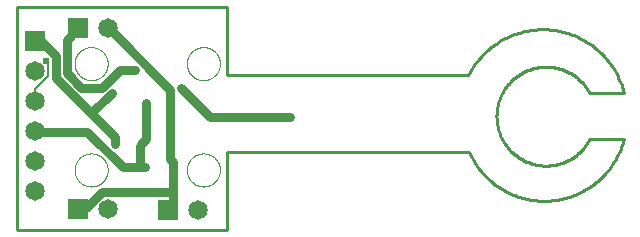
<source format=gbl>
G75*
%MOIN*%
%OFA0B0*%
%FSLAX25Y25*%
%IPPOS*%
%LPD*%
%AMOC8*
5,1,8,0,0,1.08239X$1,22.5*
%
%ADD10C,0.01000*%
%ADD11C,0.00000*%
%ADD12R,0.06500X0.06500*%
%ADD13C,0.06500*%
%ADD14C,0.03000*%
%ADD15C,0.02400*%
%ADD16C,0.00600*%
D10*
X0061453Y0072391D02*
X0061453Y0146682D01*
X0131532Y0146682D01*
X0131532Y0123847D01*
X0211847Y0123847D01*
X0211846Y0123847D02*
X0212158Y0124451D01*
X0212484Y0125047D01*
X0212825Y0125635D01*
X0213179Y0126214D01*
X0213548Y0126785D01*
X0213931Y0127346D01*
X0214327Y0127898D01*
X0214737Y0128440D01*
X0215159Y0128972D01*
X0215595Y0129494D01*
X0216043Y0130004D01*
X0216504Y0130504D01*
X0216976Y0130992D01*
X0217460Y0131469D01*
X0217956Y0131933D01*
X0218463Y0132386D01*
X0218981Y0132826D01*
X0219509Y0133253D01*
X0220048Y0133667D01*
X0220597Y0134068D01*
X0221155Y0134455D01*
X0221722Y0134828D01*
X0222299Y0135188D01*
X0222884Y0135533D01*
X0223477Y0135865D01*
X0224078Y0136181D01*
X0224687Y0136483D01*
X0225303Y0136770D01*
X0225926Y0137041D01*
X0226555Y0137298D01*
X0227190Y0137539D01*
X0227831Y0137764D01*
X0228477Y0137974D01*
X0229128Y0138168D01*
X0229784Y0138346D01*
X0230444Y0138508D01*
X0231108Y0138653D01*
X0231775Y0138783D01*
X0232445Y0138896D01*
X0233117Y0138993D01*
X0233792Y0139073D01*
X0234468Y0139137D01*
X0235146Y0139185D01*
X0235825Y0139216D01*
X0236504Y0139230D01*
X0237183Y0139228D01*
X0237863Y0139209D01*
X0238541Y0139173D01*
X0239218Y0139121D01*
X0239894Y0139053D01*
X0240569Y0138968D01*
X0241240Y0138867D01*
X0241910Y0138749D01*
X0242576Y0138615D01*
X0243238Y0138465D01*
X0243897Y0138298D01*
X0244551Y0138116D01*
X0245201Y0137918D01*
X0245846Y0137704D01*
X0246486Y0137474D01*
X0247119Y0137229D01*
X0247747Y0136968D01*
X0248368Y0136692D01*
X0248981Y0136401D01*
X0249588Y0136095D01*
X0250187Y0135775D01*
X0250778Y0135440D01*
X0251361Y0135090D01*
X0251935Y0134727D01*
X0252500Y0134349D01*
X0253056Y0133958D01*
X0253602Y0133554D01*
X0254137Y0133136D01*
X0254663Y0132706D01*
X0255178Y0132262D01*
X0255682Y0131806D01*
X0256174Y0131339D01*
X0256655Y0130859D01*
X0257125Y0130367D01*
X0257582Y0129865D01*
X0258026Y0129351D01*
X0258458Y0128827D01*
X0258877Y0128292D01*
X0259283Y0127747D01*
X0259676Y0127192D01*
X0260055Y0126628D01*
X0260420Y0126055D01*
X0260771Y0125474D01*
X0261107Y0124883D01*
X0261429Y0124285D01*
X0261737Y0123679D01*
X0262029Y0123066D01*
X0262307Y0122446D01*
X0262569Y0121819D01*
X0262816Y0121186D01*
X0263048Y0120547D01*
X0263263Y0119903D01*
X0263463Y0119254D01*
X0263647Y0118600D01*
X0263815Y0117941D01*
X0263816Y0117942D02*
X0252398Y0117942D01*
X0252205Y0118296D01*
X0252005Y0118646D01*
X0251795Y0118990D01*
X0251577Y0119330D01*
X0251351Y0119663D01*
X0251117Y0119992D01*
X0250875Y0120314D01*
X0250625Y0120630D01*
X0250367Y0120940D01*
X0250102Y0121244D01*
X0249830Y0121541D01*
X0249550Y0121832D01*
X0249264Y0122115D01*
X0248970Y0122391D01*
X0248670Y0122661D01*
X0248363Y0122922D01*
X0248050Y0123176D01*
X0247731Y0123423D01*
X0247406Y0123661D01*
X0247075Y0123891D01*
X0246739Y0124114D01*
X0246397Y0124328D01*
X0246050Y0124533D01*
X0245698Y0124730D01*
X0245342Y0124918D01*
X0244981Y0125098D01*
X0244616Y0125268D01*
X0244246Y0125430D01*
X0243873Y0125582D01*
X0243496Y0125726D01*
X0243116Y0125860D01*
X0242733Y0125985D01*
X0242346Y0126100D01*
X0241957Y0126206D01*
X0241566Y0126302D01*
X0241172Y0126388D01*
X0240776Y0126465D01*
X0240379Y0126533D01*
X0239980Y0126590D01*
X0239579Y0126638D01*
X0239178Y0126676D01*
X0238776Y0126704D01*
X0238373Y0126722D01*
X0237970Y0126730D01*
X0237567Y0126729D01*
X0237164Y0126717D01*
X0236761Y0126696D01*
X0236359Y0126665D01*
X0235958Y0126624D01*
X0235558Y0126573D01*
X0235160Y0126513D01*
X0234763Y0126443D01*
X0234368Y0126363D01*
X0233975Y0126273D01*
X0233584Y0126174D01*
X0233196Y0126065D01*
X0232810Y0125947D01*
X0232428Y0125819D01*
X0232049Y0125682D01*
X0231673Y0125536D01*
X0231301Y0125381D01*
X0230933Y0125216D01*
X0230569Y0125043D01*
X0230209Y0124861D01*
X0229854Y0124670D01*
X0229504Y0124470D01*
X0229159Y0124262D01*
X0228819Y0124046D01*
X0228484Y0123821D01*
X0228155Y0123588D01*
X0227832Y0123347D01*
X0227514Y0123098D01*
X0227203Y0122842D01*
X0226898Y0122578D01*
X0226600Y0122307D01*
X0226309Y0122028D01*
X0226024Y0121742D01*
X0225747Y0121450D01*
X0225477Y0121151D01*
X0225214Y0120845D01*
X0224959Y0120533D01*
X0224711Y0120215D01*
X0224471Y0119891D01*
X0224240Y0119561D01*
X0224016Y0119225D01*
X0223801Y0118884D01*
X0223594Y0118538D01*
X0223396Y0118187D01*
X0223206Y0117831D01*
X0223026Y0117471D01*
X0222854Y0117106D01*
X0222691Y0116738D01*
X0222537Y0116365D01*
X0222392Y0115989D01*
X0222256Y0115609D01*
X0222130Y0115226D01*
X0222013Y0114840D01*
X0221906Y0114452D01*
X0221808Y0114061D01*
X0221720Y0113667D01*
X0221642Y0113272D01*
X0221573Y0112874D01*
X0221514Y0112476D01*
X0221465Y0112076D01*
X0221425Y0111674D01*
X0221396Y0111272D01*
X0221376Y0110870D01*
X0221366Y0110467D01*
X0221366Y0110063D01*
X0221376Y0109660D01*
X0221396Y0109258D01*
X0221425Y0108856D01*
X0221465Y0108454D01*
X0221514Y0108054D01*
X0221573Y0107656D01*
X0221642Y0107258D01*
X0221720Y0106863D01*
X0221808Y0106469D01*
X0221906Y0106078D01*
X0222013Y0105690D01*
X0222130Y0105304D01*
X0222256Y0104921D01*
X0222392Y0104541D01*
X0222537Y0104165D01*
X0222691Y0103792D01*
X0222854Y0103424D01*
X0223026Y0103059D01*
X0223206Y0102699D01*
X0223396Y0102343D01*
X0223594Y0101992D01*
X0223801Y0101646D01*
X0224016Y0101305D01*
X0224240Y0100969D01*
X0224471Y0100639D01*
X0224711Y0100315D01*
X0224959Y0099997D01*
X0225214Y0099685D01*
X0225477Y0099379D01*
X0225747Y0099080D01*
X0226024Y0098788D01*
X0226309Y0098502D01*
X0226600Y0098223D01*
X0226898Y0097952D01*
X0227203Y0097688D01*
X0227514Y0097432D01*
X0227832Y0097183D01*
X0228155Y0096942D01*
X0228484Y0096709D01*
X0228819Y0096484D01*
X0229159Y0096268D01*
X0229504Y0096060D01*
X0229854Y0095860D01*
X0230209Y0095669D01*
X0230569Y0095487D01*
X0230933Y0095314D01*
X0231301Y0095149D01*
X0231673Y0094994D01*
X0232049Y0094848D01*
X0232428Y0094711D01*
X0232810Y0094583D01*
X0233196Y0094465D01*
X0233584Y0094356D01*
X0233975Y0094257D01*
X0234368Y0094167D01*
X0234763Y0094087D01*
X0235160Y0094017D01*
X0235558Y0093957D01*
X0235958Y0093906D01*
X0236359Y0093865D01*
X0236761Y0093834D01*
X0237164Y0093813D01*
X0237567Y0093801D01*
X0237970Y0093800D01*
X0238373Y0093808D01*
X0238776Y0093826D01*
X0239178Y0093854D01*
X0239579Y0093892D01*
X0239980Y0093940D01*
X0240379Y0093997D01*
X0240776Y0094065D01*
X0241172Y0094142D01*
X0241566Y0094228D01*
X0241957Y0094324D01*
X0242346Y0094430D01*
X0242733Y0094545D01*
X0243116Y0094670D01*
X0243496Y0094804D01*
X0243873Y0094948D01*
X0244246Y0095100D01*
X0244616Y0095262D01*
X0244981Y0095432D01*
X0245342Y0095612D01*
X0245698Y0095800D01*
X0246050Y0095997D01*
X0246397Y0096202D01*
X0246739Y0096416D01*
X0247075Y0096639D01*
X0247406Y0096869D01*
X0247731Y0097107D01*
X0248050Y0097354D01*
X0248363Y0097608D01*
X0248670Y0097869D01*
X0248970Y0098139D01*
X0249264Y0098415D01*
X0249550Y0098698D01*
X0249830Y0098989D01*
X0250102Y0099286D01*
X0250367Y0099590D01*
X0250625Y0099900D01*
X0250875Y0100216D01*
X0251117Y0100538D01*
X0251351Y0100867D01*
X0251577Y0101200D01*
X0251795Y0101540D01*
X0252005Y0101884D01*
X0252205Y0102234D01*
X0252398Y0102588D01*
X0252398Y0102548D02*
X0263737Y0102587D01*
X0263815Y0102587D02*
X0263639Y0101941D01*
X0263447Y0101299D01*
X0263239Y0100663D01*
X0263016Y0100031D01*
X0262778Y0099405D01*
X0262524Y0098786D01*
X0262256Y0098172D01*
X0261972Y0097566D01*
X0261674Y0096966D01*
X0261361Y0096374D01*
X0261034Y0095790D01*
X0260693Y0095214D01*
X0260337Y0094646D01*
X0259968Y0094087D01*
X0259586Y0093538D01*
X0259190Y0092998D01*
X0258781Y0092467D01*
X0258359Y0091947D01*
X0257925Y0091438D01*
X0257478Y0090939D01*
X0257019Y0090451D01*
X0256549Y0089974D01*
X0256067Y0089509D01*
X0255574Y0089056D01*
X0255070Y0088616D01*
X0254555Y0088187D01*
X0254030Y0087771D01*
X0253495Y0087369D01*
X0252950Y0086979D01*
X0252396Y0086603D01*
X0251833Y0086240D01*
X0251262Y0085892D01*
X0250682Y0085557D01*
X0250094Y0085237D01*
X0249498Y0084931D01*
X0248895Y0084640D01*
X0248285Y0084363D01*
X0247669Y0084102D01*
X0247046Y0083855D01*
X0246417Y0083624D01*
X0245783Y0083409D01*
X0245144Y0083208D01*
X0244501Y0083024D01*
X0243853Y0082855D01*
X0243201Y0082702D01*
X0242545Y0082566D01*
X0241886Y0082445D01*
X0241225Y0082340D01*
X0240561Y0082252D01*
X0239896Y0082179D01*
X0239228Y0082123D01*
X0238560Y0082083D01*
X0237891Y0082060D01*
X0237221Y0082053D01*
X0236551Y0082062D01*
X0235882Y0082088D01*
X0235214Y0082130D01*
X0234547Y0082188D01*
X0233881Y0082263D01*
X0233218Y0082354D01*
X0232557Y0082460D01*
X0231899Y0082583D01*
X0231244Y0082723D01*
X0230592Y0082878D01*
X0229945Y0083048D01*
X0229302Y0083235D01*
X0228663Y0083437D01*
X0228030Y0083655D01*
X0227402Y0083888D01*
X0226780Y0084137D01*
X0226165Y0084400D01*
X0225556Y0084679D01*
X0224954Y0084972D01*
X0224359Y0085280D01*
X0223772Y0085602D01*
X0223193Y0085939D01*
X0222623Y0086289D01*
X0222061Y0086654D01*
X0221508Y0087032D01*
X0220965Y0087423D01*
X0220431Y0087828D01*
X0219908Y0088245D01*
X0219394Y0088675D01*
X0218892Y0089118D01*
X0218400Y0089572D01*
X0217920Y0090039D01*
X0217451Y0090517D01*
X0216994Y0091006D01*
X0216549Y0091507D01*
X0216116Y0092018D01*
X0215696Y0092540D01*
X0215289Y0093071D01*
X0214895Y0093613D01*
X0214514Y0094163D01*
X0214147Y0094723D01*
X0213794Y0095292D01*
X0213454Y0095870D01*
X0213129Y0096455D01*
X0212818Y0097048D01*
X0212522Y0097649D01*
X0212240Y0098256D01*
X0211847Y0098257D02*
X0131532Y0098257D01*
X0131532Y0072391D01*
X0061453Y0072391D01*
D11*
X0080745Y0092351D02*
X0080747Y0092499D01*
X0080753Y0092647D01*
X0080763Y0092795D01*
X0080777Y0092942D01*
X0080795Y0093089D01*
X0080816Y0093235D01*
X0080842Y0093381D01*
X0080872Y0093526D01*
X0080905Y0093670D01*
X0080943Y0093813D01*
X0080984Y0093955D01*
X0081029Y0094096D01*
X0081077Y0094236D01*
X0081130Y0094375D01*
X0081186Y0094512D01*
X0081246Y0094647D01*
X0081309Y0094781D01*
X0081376Y0094913D01*
X0081447Y0095043D01*
X0081521Y0095171D01*
X0081598Y0095297D01*
X0081679Y0095421D01*
X0081763Y0095543D01*
X0081850Y0095662D01*
X0081941Y0095779D01*
X0082035Y0095894D01*
X0082131Y0096006D01*
X0082231Y0096116D01*
X0082333Y0096222D01*
X0082439Y0096326D01*
X0082547Y0096427D01*
X0082658Y0096525D01*
X0082771Y0096621D01*
X0082887Y0096713D01*
X0083005Y0096802D01*
X0083126Y0096887D01*
X0083249Y0096970D01*
X0083374Y0097049D01*
X0083501Y0097125D01*
X0083630Y0097197D01*
X0083761Y0097266D01*
X0083894Y0097331D01*
X0084029Y0097392D01*
X0084165Y0097450D01*
X0084302Y0097505D01*
X0084441Y0097555D01*
X0084582Y0097602D01*
X0084723Y0097645D01*
X0084866Y0097685D01*
X0085010Y0097720D01*
X0085154Y0097752D01*
X0085300Y0097779D01*
X0085446Y0097803D01*
X0085593Y0097823D01*
X0085740Y0097839D01*
X0085887Y0097851D01*
X0086035Y0097859D01*
X0086183Y0097863D01*
X0086331Y0097863D01*
X0086479Y0097859D01*
X0086627Y0097851D01*
X0086774Y0097839D01*
X0086921Y0097823D01*
X0087068Y0097803D01*
X0087214Y0097779D01*
X0087360Y0097752D01*
X0087504Y0097720D01*
X0087648Y0097685D01*
X0087791Y0097645D01*
X0087932Y0097602D01*
X0088073Y0097555D01*
X0088212Y0097505D01*
X0088349Y0097450D01*
X0088485Y0097392D01*
X0088620Y0097331D01*
X0088753Y0097266D01*
X0088884Y0097197D01*
X0089013Y0097125D01*
X0089140Y0097049D01*
X0089265Y0096970D01*
X0089388Y0096887D01*
X0089509Y0096802D01*
X0089627Y0096713D01*
X0089743Y0096621D01*
X0089856Y0096525D01*
X0089967Y0096427D01*
X0090075Y0096326D01*
X0090181Y0096222D01*
X0090283Y0096116D01*
X0090383Y0096006D01*
X0090479Y0095894D01*
X0090573Y0095779D01*
X0090664Y0095662D01*
X0090751Y0095543D01*
X0090835Y0095421D01*
X0090916Y0095297D01*
X0090993Y0095171D01*
X0091067Y0095043D01*
X0091138Y0094913D01*
X0091205Y0094781D01*
X0091268Y0094647D01*
X0091328Y0094512D01*
X0091384Y0094375D01*
X0091437Y0094236D01*
X0091485Y0094096D01*
X0091530Y0093955D01*
X0091571Y0093813D01*
X0091609Y0093670D01*
X0091642Y0093526D01*
X0091672Y0093381D01*
X0091698Y0093235D01*
X0091719Y0093089D01*
X0091737Y0092942D01*
X0091751Y0092795D01*
X0091761Y0092647D01*
X0091767Y0092499D01*
X0091769Y0092351D01*
X0091767Y0092203D01*
X0091761Y0092055D01*
X0091751Y0091907D01*
X0091737Y0091760D01*
X0091719Y0091613D01*
X0091698Y0091467D01*
X0091672Y0091321D01*
X0091642Y0091176D01*
X0091609Y0091032D01*
X0091571Y0090889D01*
X0091530Y0090747D01*
X0091485Y0090606D01*
X0091437Y0090466D01*
X0091384Y0090327D01*
X0091328Y0090190D01*
X0091268Y0090055D01*
X0091205Y0089921D01*
X0091138Y0089789D01*
X0091067Y0089659D01*
X0090993Y0089531D01*
X0090916Y0089405D01*
X0090835Y0089281D01*
X0090751Y0089159D01*
X0090664Y0089040D01*
X0090573Y0088923D01*
X0090479Y0088808D01*
X0090383Y0088696D01*
X0090283Y0088586D01*
X0090181Y0088480D01*
X0090075Y0088376D01*
X0089967Y0088275D01*
X0089856Y0088177D01*
X0089743Y0088081D01*
X0089627Y0087989D01*
X0089509Y0087900D01*
X0089388Y0087815D01*
X0089265Y0087732D01*
X0089140Y0087653D01*
X0089013Y0087577D01*
X0088884Y0087505D01*
X0088753Y0087436D01*
X0088620Y0087371D01*
X0088485Y0087310D01*
X0088349Y0087252D01*
X0088212Y0087197D01*
X0088073Y0087147D01*
X0087932Y0087100D01*
X0087791Y0087057D01*
X0087648Y0087017D01*
X0087504Y0086982D01*
X0087360Y0086950D01*
X0087214Y0086923D01*
X0087068Y0086899D01*
X0086921Y0086879D01*
X0086774Y0086863D01*
X0086627Y0086851D01*
X0086479Y0086843D01*
X0086331Y0086839D01*
X0086183Y0086839D01*
X0086035Y0086843D01*
X0085887Y0086851D01*
X0085740Y0086863D01*
X0085593Y0086879D01*
X0085446Y0086899D01*
X0085300Y0086923D01*
X0085154Y0086950D01*
X0085010Y0086982D01*
X0084866Y0087017D01*
X0084723Y0087057D01*
X0084582Y0087100D01*
X0084441Y0087147D01*
X0084302Y0087197D01*
X0084165Y0087252D01*
X0084029Y0087310D01*
X0083894Y0087371D01*
X0083761Y0087436D01*
X0083630Y0087505D01*
X0083501Y0087577D01*
X0083374Y0087653D01*
X0083249Y0087732D01*
X0083126Y0087815D01*
X0083005Y0087900D01*
X0082887Y0087989D01*
X0082771Y0088081D01*
X0082658Y0088177D01*
X0082547Y0088275D01*
X0082439Y0088376D01*
X0082333Y0088480D01*
X0082231Y0088586D01*
X0082131Y0088696D01*
X0082035Y0088808D01*
X0081941Y0088923D01*
X0081850Y0089040D01*
X0081763Y0089159D01*
X0081679Y0089281D01*
X0081598Y0089405D01*
X0081521Y0089531D01*
X0081447Y0089659D01*
X0081376Y0089789D01*
X0081309Y0089921D01*
X0081246Y0090055D01*
X0081186Y0090190D01*
X0081130Y0090327D01*
X0081077Y0090466D01*
X0081029Y0090606D01*
X0080984Y0090747D01*
X0080943Y0090889D01*
X0080905Y0091032D01*
X0080872Y0091176D01*
X0080842Y0091321D01*
X0080816Y0091467D01*
X0080795Y0091613D01*
X0080777Y0091760D01*
X0080763Y0091907D01*
X0080753Y0092055D01*
X0080747Y0092203D01*
X0080745Y0092351D01*
X0118146Y0092351D02*
X0118148Y0092499D01*
X0118154Y0092647D01*
X0118164Y0092795D01*
X0118178Y0092942D01*
X0118196Y0093089D01*
X0118217Y0093235D01*
X0118243Y0093381D01*
X0118273Y0093526D01*
X0118306Y0093670D01*
X0118344Y0093813D01*
X0118385Y0093955D01*
X0118430Y0094096D01*
X0118478Y0094236D01*
X0118531Y0094375D01*
X0118587Y0094512D01*
X0118647Y0094647D01*
X0118710Y0094781D01*
X0118777Y0094913D01*
X0118848Y0095043D01*
X0118922Y0095171D01*
X0118999Y0095297D01*
X0119080Y0095421D01*
X0119164Y0095543D01*
X0119251Y0095662D01*
X0119342Y0095779D01*
X0119436Y0095894D01*
X0119532Y0096006D01*
X0119632Y0096116D01*
X0119734Y0096222D01*
X0119840Y0096326D01*
X0119948Y0096427D01*
X0120059Y0096525D01*
X0120172Y0096621D01*
X0120288Y0096713D01*
X0120406Y0096802D01*
X0120527Y0096887D01*
X0120650Y0096970D01*
X0120775Y0097049D01*
X0120902Y0097125D01*
X0121031Y0097197D01*
X0121162Y0097266D01*
X0121295Y0097331D01*
X0121430Y0097392D01*
X0121566Y0097450D01*
X0121703Y0097505D01*
X0121842Y0097555D01*
X0121983Y0097602D01*
X0122124Y0097645D01*
X0122267Y0097685D01*
X0122411Y0097720D01*
X0122555Y0097752D01*
X0122701Y0097779D01*
X0122847Y0097803D01*
X0122994Y0097823D01*
X0123141Y0097839D01*
X0123288Y0097851D01*
X0123436Y0097859D01*
X0123584Y0097863D01*
X0123732Y0097863D01*
X0123880Y0097859D01*
X0124028Y0097851D01*
X0124175Y0097839D01*
X0124322Y0097823D01*
X0124469Y0097803D01*
X0124615Y0097779D01*
X0124761Y0097752D01*
X0124905Y0097720D01*
X0125049Y0097685D01*
X0125192Y0097645D01*
X0125333Y0097602D01*
X0125474Y0097555D01*
X0125613Y0097505D01*
X0125750Y0097450D01*
X0125886Y0097392D01*
X0126021Y0097331D01*
X0126154Y0097266D01*
X0126285Y0097197D01*
X0126414Y0097125D01*
X0126541Y0097049D01*
X0126666Y0096970D01*
X0126789Y0096887D01*
X0126910Y0096802D01*
X0127028Y0096713D01*
X0127144Y0096621D01*
X0127257Y0096525D01*
X0127368Y0096427D01*
X0127476Y0096326D01*
X0127582Y0096222D01*
X0127684Y0096116D01*
X0127784Y0096006D01*
X0127880Y0095894D01*
X0127974Y0095779D01*
X0128065Y0095662D01*
X0128152Y0095543D01*
X0128236Y0095421D01*
X0128317Y0095297D01*
X0128394Y0095171D01*
X0128468Y0095043D01*
X0128539Y0094913D01*
X0128606Y0094781D01*
X0128669Y0094647D01*
X0128729Y0094512D01*
X0128785Y0094375D01*
X0128838Y0094236D01*
X0128886Y0094096D01*
X0128931Y0093955D01*
X0128972Y0093813D01*
X0129010Y0093670D01*
X0129043Y0093526D01*
X0129073Y0093381D01*
X0129099Y0093235D01*
X0129120Y0093089D01*
X0129138Y0092942D01*
X0129152Y0092795D01*
X0129162Y0092647D01*
X0129168Y0092499D01*
X0129170Y0092351D01*
X0129168Y0092203D01*
X0129162Y0092055D01*
X0129152Y0091907D01*
X0129138Y0091760D01*
X0129120Y0091613D01*
X0129099Y0091467D01*
X0129073Y0091321D01*
X0129043Y0091176D01*
X0129010Y0091032D01*
X0128972Y0090889D01*
X0128931Y0090747D01*
X0128886Y0090606D01*
X0128838Y0090466D01*
X0128785Y0090327D01*
X0128729Y0090190D01*
X0128669Y0090055D01*
X0128606Y0089921D01*
X0128539Y0089789D01*
X0128468Y0089659D01*
X0128394Y0089531D01*
X0128317Y0089405D01*
X0128236Y0089281D01*
X0128152Y0089159D01*
X0128065Y0089040D01*
X0127974Y0088923D01*
X0127880Y0088808D01*
X0127784Y0088696D01*
X0127684Y0088586D01*
X0127582Y0088480D01*
X0127476Y0088376D01*
X0127368Y0088275D01*
X0127257Y0088177D01*
X0127144Y0088081D01*
X0127028Y0087989D01*
X0126910Y0087900D01*
X0126789Y0087815D01*
X0126666Y0087732D01*
X0126541Y0087653D01*
X0126414Y0087577D01*
X0126285Y0087505D01*
X0126154Y0087436D01*
X0126021Y0087371D01*
X0125886Y0087310D01*
X0125750Y0087252D01*
X0125613Y0087197D01*
X0125474Y0087147D01*
X0125333Y0087100D01*
X0125192Y0087057D01*
X0125049Y0087017D01*
X0124905Y0086982D01*
X0124761Y0086950D01*
X0124615Y0086923D01*
X0124469Y0086899D01*
X0124322Y0086879D01*
X0124175Y0086863D01*
X0124028Y0086851D01*
X0123880Y0086843D01*
X0123732Y0086839D01*
X0123584Y0086839D01*
X0123436Y0086843D01*
X0123288Y0086851D01*
X0123141Y0086863D01*
X0122994Y0086879D01*
X0122847Y0086899D01*
X0122701Y0086923D01*
X0122555Y0086950D01*
X0122411Y0086982D01*
X0122267Y0087017D01*
X0122124Y0087057D01*
X0121983Y0087100D01*
X0121842Y0087147D01*
X0121703Y0087197D01*
X0121566Y0087252D01*
X0121430Y0087310D01*
X0121295Y0087371D01*
X0121162Y0087436D01*
X0121031Y0087505D01*
X0120902Y0087577D01*
X0120775Y0087653D01*
X0120650Y0087732D01*
X0120527Y0087815D01*
X0120406Y0087900D01*
X0120288Y0087989D01*
X0120172Y0088081D01*
X0120059Y0088177D01*
X0119948Y0088275D01*
X0119840Y0088376D01*
X0119734Y0088480D01*
X0119632Y0088586D01*
X0119532Y0088696D01*
X0119436Y0088808D01*
X0119342Y0088923D01*
X0119251Y0089040D01*
X0119164Y0089159D01*
X0119080Y0089281D01*
X0118999Y0089405D01*
X0118922Y0089531D01*
X0118848Y0089659D01*
X0118777Y0089789D01*
X0118710Y0089921D01*
X0118647Y0090055D01*
X0118587Y0090190D01*
X0118531Y0090327D01*
X0118478Y0090466D01*
X0118430Y0090606D01*
X0118385Y0090747D01*
X0118344Y0090889D01*
X0118306Y0091032D01*
X0118273Y0091176D01*
X0118243Y0091321D01*
X0118217Y0091467D01*
X0118196Y0091613D01*
X0118178Y0091760D01*
X0118164Y0091907D01*
X0118154Y0092055D01*
X0118148Y0092203D01*
X0118146Y0092351D01*
X0118146Y0127784D02*
X0118148Y0127932D01*
X0118154Y0128080D01*
X0118164Y0128228D01*
X0118178Y0128375D01*
X0118196Y0128522D01*
X0118217Y0128668D01*
X0118243Y0128814D01*
X0118273Y0128959D01*
X0118306Y0129103D01*
X0118344Y0129246D01*
X0118385Y0129388D01*
X0118430Y0129529D01*
X0118478Y0129669D01*
X0118531Y0129808D01*
X0118587Y0129945D01*
X0118647Y0130080D01*
X0118710Y0130214D01*
X0118777Y0130346D01*
X0118848Y0130476D01*
X0118922Y0130604D01*
X0118999Y0130730D01*
X0119080Y0130854D01*
X0119164Y0130976D01*
X0119251Y0131095D01*
X0119342Y0131212D01*
X0119436Y0131327D01*
X0119532Y0131439D01*
X0119632Y0131549D01*
X0119734Y0131655D01*
X0119840Y0131759D01*
X0119948Y0131860D01*
X0120059Y0131958D01*
X0120172Y0132054D01*
X0120288Y0132146D01*
X0120406Y0132235D01*
X0120527Y0132320D01*
X0120650Y0132403D01*
X0120775Y0132482D01*
X0120902Y0132558D01*
X0121031Y0132630D01*
X0121162Y0132699D01*
X0121295Y0132764D01*
X0121430Y0132825D01*
X0121566Y0132883D01*
X0121703Y0132938D01*
X0121842Y0132988D01*
X0121983Y0133035D01*
X0122124Y0133078D01*
X0122267Y0133118D01*
X0122411Y0133153D01*
X0122555Y0133185D01*
X0122701Y0133212D01*
X0122847Y0133236D01*
X0122994Y0133256D01*
X0123141Y0133272D01*
X0123288Y0133284D01*
X0123436Y0133292D01*
X0123584Y0133296D01*
X0123732Y0133296D01*
X0123880Y0133292D01*
X0124028Y0133284D01*
X0124175Y0133272D01*
X0124322Y0133256D01*
X0124469Y0133236D01*
X0124615Y0133212D01*
X0124761Y0133185D01*
X0124905Y0133153D01*
X0125049Y0133118D01*
X0125192Y0133078D01*
X0125333Y0133035D01*
X0125474Y0132988D01*
X0125613Y0132938D01*
X0125750Y0132883D01*
X0125886Y0132825D01*
X0126021Y0132764D01*
X0126154Y0132699D01*
X0126285Y0132630D01*
X0126414Y0132558D01*
X0126541Y0132482D01*
X0126666Y0132403D01*
X0126789Y0132320D01*
X0126910Y0132235D01*
X0127028Y0132146D01*
X0127144Y0132054D01*
X0127257Y0131958D01*
X0127368Y0131860D01*
X0127476Y0131759D01*
X0127582Y0131655D01*
X0127684Y0131549D01*
X0127784Y0131439D01*
X0127880Y0131327D01*
X0127974Y0131212D01*
X0128065Y0131095D01*
X0128152Y0130976D01*
X0128236Y0130854D01*
X0128317Y0130730D01*
X0128394Y0130604D01*
X0128468Y0130476D01*
X0128539Y0130346D01*
X0128606Y0130214D01*
X0128669Y0130080D01*
X0128729Y0129945D01*
X0128785Y0129808D01*
X0128838Y0129669D01*
X0128886Y0129529D01*
X0128931Y0129388D01*
X0128972Y0129246D01*
X0129010Y0129103D01*
X0129043Y0128959D01*
X0129073Y0128814D01*
X0129099Y0128668D01*
X0129120Y0128522D01*
X0129138Y0128375D01*
X0129152Y0128228D01*
X0129162Y0128080D01*
X0129168Y0127932D01*
X0129170Y0127784D01*
X0129168Y0127636D01*
X0129162Y0127488D01*
X0129152Y0127340D01*
X0129138Y0127193D01*
X0129120Y0127046D01*
X0129099Y0126900D01*
X0129073Y0126754D01*
X0129043Y0126609D01*
X0129010Y0126465D01*
X0128972Y0126322D01*
X0128931Y0126180D01*
X0128886Y0126039D01*
X0128838Y0125899D01*
X0128785Y0125760D01*
X0128729Y0125623D01*
X0128669Y0125488D01*
X0128606Y0125354D01*
X0128539Y0125222D01*
X0128468Y0125092D01*
X0128394Y0124964D01*
X0128317Y0124838D01*
X0128236Y0124714D01*
X0128152Y0124592D01*
X0128065Y0124473D01*
X0127974Y0124356D01*
X0127880Y0124241D01*
X0127784Y0124129D01*
X0127684Y0124019D01*
X0127582Y0123913D01*
X0127476Y0123809D01*
X0127368Y0123708D01*
X0127257Y0123610D01*
X0127144Y0123514D01*
X0127028Y0123422D01*
X0126910Y0123333D01*
X0126789Y0123248D01*
X0126666Y0123165D01*
X0126541Y0123086D01*
X0126414Y0123010D01*
X0126285Y0122938D01*
X0126154Y0122869D01*
X0126021Y0122804D01*
X0125886Y0122743D01*
X0125750Y0122685D01*
X0125613Y0122630D01*
X0125474Y0122580D01*
X0125333Y0122533D01*
X0125192Y0122490D01*
X0125049Y0122450D01*
X0124905Y0122415D01*
X0124761Y0122383D01*
X0124615Y0122356D01*
X0124469Y0122332D01*
X0124322Y0122312D01*
X0124175Y0122296D01*
X0124028Y0122284D01*
X0123880Y0122276D01*
X0123732Y0122272D01*
X0123584Y0122272D01*
X0123436Y0122276D01*
X0123288Y0122284D01*
X0123141Y0122296D01*
X0122994Y0122312D01*
X0122847Y0122332D01*
X0122701Y0122356D01*
X0122555Y0122383D01*
X0122411Y0122415D01*
X0122267Y0122450D01*
X0122124Y0122490D01*
X0121983Y0122533D01*
X0121842Y0122580D01*
X0121703Y0122630D01*
X0121566Y0122685D01*
X0121430Y0122743D01*
X0121295Y0122804D01*
X0121162Y0122869D01*
X0121031Y0122938D01*
X0120902Y0123010D01*
X0120775Y0123086D01*
X0120650Y0123165D01*
X0120527Y0123248D01*
X0120406Y0123333D01*
X0120288Y0123422D01*
X0120172Y0123514D01*
X0120059Y0123610D01*
X0119948Y0123708D01*
X0119840Y0123809D01*
X0119734Y0123913D01*
X0119632Y0124019D01*
X0119532Y0124129D01*
X0119436Y0124241D01*
X0119342Y0124356D01*
X0119251Y0124473D01*
X0119164Y0124592D01*
X0119080Y0124714D01*
X0118999Y0124838D01*
X0118922Y0124964D01*
X0118848Y0125092D01*
X0118777Y0125222D01*
X0118710Y0125354D01*
X0118647Y0125488D01*
X0118587Y0125623D01*
X0118531Y0125760D01*
X0118478Y0125899D01*
X0118430Y0126039D01*
X0118385Y0126180D01*
X0118344Y0126322D01*
X0118306Y0126465D01*
X0118273Y0126609D01*
X0118243Y0126754D01*
X0118217Y0126900D01*
X0118196Y0127046D01*
X0118178Y0127193D01*
X0118164Y0127340D01*
X0118154Y0127488D01*
X0118148Y0127636D01*
X0118146Y0127784D01*
X0080745Y0127784D02*
X0080747Y0127932D01*
X0080753Y0128080D01*
X0080763Y0128228D01*
X0080777Y0128375D01*
X0080795Y0128522D01*
X0080816Y0128668D01*
X0080842Y0128814D01*
X0080872Y0128959D01*
X0080905Y0129103D01*
X0080943Y0129246D01*
X0080984Y0129388D01*
X0081029Y0129529D01*
X0081077Y0129669D01*
X0081130Y0129808D01*
X0081186Y0129945D01*
X0081246Y0130080D01*
X0081309Y0130214D01*
X0081376Y0130346D01*
X0081447Y0130476D01*
X0081521Y0130604D01*
X0081598Y0130730D01*
X0081679Y0130854D01*
X0081763Y0130976D01*
X0081850Y0131095D01*
X0081941Y0131212D01*
X0082035Y0131327D01*
X0082131Y0131439D01*
X0082231Y0131549D01*
X0082333Y0131655D01*
X0082439Y0131759D01*
X0082547Y0131860D01*
X0082658Y0131958D01*
X0082771Y0132054D01*
X0082887Y0132146D01*
X0083005Y0132235D01*
X0083126Y0132320D01*
X0083249Y0132403D01*
X0083374Y0132482D01*
X0083501Y0132558D01*
X0083630Y0132630D01*
X0083761Y0132699D01*
X0083894Y0132764D01*
X0084029Y0132825D01*
X0084165Y0132883D01*
X0084302Y0132938D01*
X0084441Y0132988D01*
X0084582Y0133035D01*
X0084723Y0133078D01*
X0084866Y0133118D01*
X0085010Y0133153D01*
X0085154Y0133185D01*
X0085300Y0133212D01*
X0085446Y0133236D01*
X0085593Y0133256D01*
X0085740Y0133272D01*
X0085887Y0133284D01*
X0086035Y0133292D01*
X0086183Y0133296D01*
X0086331Y0133296D01*
X0086479Y0133292D01*
X0086627Y0133284D01*
X0086774Y0133272D01*
X0086921Y0133256D01*
X0087068Y0133236D01*
X0087214Y0133212D01*
X0087360Y0133185D01*
X0087504Y0133153D01*
X0087648Y0133118D01*
X0087791Y0133078D01*
X0087932Y0133035D01*
X0088073Y0132988D01*
X0088212Y0132938D01*
X0088349Y0132883D01*
X0088485Y0132825D01*
X0088620Y0132764D01*
X0088753Y0132699D01*
X0088884Y0132630D01*
X0089013Y0132558D01*
X0089140Y0132482D01*
X0089265Y0132403D01*
X0089388Y0132320D01*
X0089509Y0132235D01*
X0089627Y0132146D01*
X0089743Y0132054D01*
X0089856Y0131958D01*
X0089967Y0131860D01*
X0090075Y0131759D01*
X0090181Y0131655D01*
X0090283Y0131549D01*
X0090383Y0131439D01*
X0090479Y0131327D01*
X0090573Y0131212D01*
X0090664Y0131095D01*
X0090751Y0130976D01*
X0090835Y0130854D01*
X0090916Y0130730D01*
X0090993Y0130604D01*
X0091067Y0130476D01*
X0091138Y0130346D01*
X0091205Y0130214D01*
X0091268Y0130080D01*
X0091328Y0129945D01*
X0091384Y0129808D01*
X0091437Y0129669D01*
X0091485Y0129529D01*
X0091530Y0129388D01*
X0091571Y0129246D01*
X0091609Y0129103D01*
X0091642Y0128959D01*
X0091672Y0128814D01*
X0091698Y0128668D01*
X0091719Y0128522D01*
X0091737Y0128375D01*
X0091751Y0128228D01*
X0091761Y0128080D01*
X0091767Y0127932D01*
X0091769Y0127784D01*
X0091767Y0127636D01*
X0091761Y0127488D01*
X0091751Y0127340D01*
X0091737Y0127193D01*
X0091719Y0127046D01*
X0091698Y0126900D01*
X0091672Y0126754D01*
X0091642Y0126609D01*
X0091609Y0126465D01*
X0091571Y0126322D01*
X0091530Y0126180D01*
X0091485Y0126039D01*
X0091437Y0125899D01*
X0091384Y0125760D01*
X0091328Y0125623D01*
X0091268Y0125488D01*
X0091205Y0125354D01*
X0091138Y0125222D01*
X0091067Y0125092D01*
X0090993Y0124964D01*
X0090916Y0124838D01*
X0090835Y0124714D01*
X0090751Y0124592D01*
X0090664Y0124473D01*
X0090573Y0124356D01*
X0090479Y0124241D01*
X0090383Y0124129D01*
X0090283Y0124019D01*
X0090181Y0123913D01*
X0090075Y0123809D01*
X0089967Y0123708D01*
X0089856Y0123610D01*
X0089743Y0123514D01*
X0089627Y0123422D01*
X0089509Y0123333D01*
X0089388Y0123248D01*
X0089265Y0123165D01*
X0089140Y0123086D01*
X0089013Y0123010D01*
X0088884Y0122938D01*
X0088753Y0122869D01*
X0088620Y0122804D01*
X0088485Y0122743D01*
X0088349Y0122685D01*
X0088212Y0122630D01*
X0088073Y0122580D01*
X0087932Y0122533D01*
X0087791Y0122490D01*
X0087648Y0122450D01*
X0087504Y0122415D01*
X0087360Y0122383D01*
X0087214Y0122356D01*
X0087068Y0122332D01*
X0086921Y0122312D01*
X0086774Y0122296D01*
X0086627Y0122284D01*
X0086479Y0122276D01*
X0086331Y0122272D01*
X0086183Y0122272D01*
X0086035Y0122276D01*
X0085887Y0122284D01*
X0085740Y0122296D01*
X0085593Y0122312D01*
X0085446Y0122332D01*
X0085300Y0122356D01*
X0085154Y0122383D01*
X0085010Y0122415D01*
X0084866Y0122450D01*
X0084723Y0122490D01*
X0084582Y0122533D01*
X0084441Y0122580D01*
X0084302Y0122630D01*
X0084165Y0122685D01*
X0084029Y0122743D01*
X0083894Y0122804D01*
X0083761Y0122869D01*
X0083630Y0122938D01*
X0083501Y0123010D01*
X0083374Y0123086D01*
X0083249Y0123165D01*
X0083126Y0123248D01*
X0083005Y0123333D01*
X0082887Y0123422D01*
X0082771Y0123514D01*
X0082658Y0123610D01*
X0082547Y0123708D01*
X0082439Y0123809D01*
X0082333Y0123913D01*
X0082231Y0124019D01*
X0082131Y0124129D01*
X0082035Y0124241D01*
X0081941Y0124356D01*
X0081850Y0124473D01*
X0081763Y0124592D01*
X0081679Y0124714D01*
X0081598Y0124838D01*
X0081521Y0124964D01*
X0081447Y0125092D01*
X0081376Y0125222D01*
X0081309Y0125354D01*
X0081246Y0125488D01*
X0081186Y0125623D01*
X0081130Y0125760D01*
X0081077Y0125899D01*
X0081029Y0126039D01*
X0080984Y0126180D01*
X0080943Y0126322D01*
X0080905Y0126465D01*
X0080872Y0126609D01*
X0080842Y0126754D01*
X0080816Y0126900D01*
X0080795Y0127046D01*
X0080777Y0127193D01*
X0080763Y0127340D01*
X0080753Y0127488D01*
X0080747Y0127636D01*
X0080745Y0127784D01*
D12*
X0067477Y0135225D03*
X0082005Y0139713D03*
X0081965Y0079359D03*
X0111808Y0079162D03*
D13*
X0121808Y0079162D03*
X0091965Y0079359D03*
X0067477Y0085225D03*
X0067477Y0095225D03*
X0067477Y0105225D03*
X0067477Y0115225D03*
X0067477Y0125225D03*
X0092005Y0139713D03*
D14*
X0092203Y0139546D01*
X0112603Y0119146D01*
X0112603Y0096046D01*
X0113503Y0094846D01*
X0113503Y0084946D01*
X0089803Y0084946D01*
X0084403Y0079546D01*
X0082003Y0079546D01*
X0081965Y0079359D01*
X0096703Y0093346D02*
X0085003Y0105046D01*
X0067603Y0105046D01*
X0067477Y0105225D01*
X0074503Y0123046D02*
X0086353Y0111196D01*
X0093103Y0117946D01*
X0089803Y0119746D02*
X0082903Y0119746D01*
X0078103Y0124546D01*
X0078103Y0135646D01*
X0082003Y0139546D01*
X0082005Y0139713D01*
X0074503Y0130246D02*
X0069703Y0135046D01*
X0067603Y0135046D01*
X0067477Y0135225D01*
X0074503Y0130246D02*
X0074503Y0126046D01*
X0074503Y0123046D01*
X0089803Y0119746D02*
X0095803Y0125746D01*
X0100903Y0125746D01*
X0116203Y0119746D02*
X0125803Y0110146D01*
X0152503Y0110146D01*
X0113503Y0084946D02*
X0113503Y0080746D01*
X0112003Y0079246D01*
X0111808Y0079162D01*
X0104203Y0093346D02*
X0102403Y0093346D01*
X0102403Y0100246D01*
X0103303Y0101446D01*
X0104503Y0102646D01*
X0104503Y0114646D01*
X0094303Y0103246D02*
X0086353Y0111196D01*
X0094303Y0103246D02*
X0094303Y0101146D01*
X0096703Y0093346D02*
X0102403Y0093346D01*
D15*
X0104203Y0093346D03*
X0102403Y0100246D03*
X0094303Y0101146D03*
X0104503Y0114646D03*
X0116203Y0119746D03*
X0100903Y0125746D03*
X0093103Y0117946D03*
X0074503Y0126046D03*
X0071203Y0128746D03*
X0113503Y0094846D03*
X0152503Y0110146D03*
D16*
X0071803Y0123646D02*
X0071803Y0128146D01*
X0071203Y0128746D01*
X0071803Y0123646D02*
X0067603Y0119446D01*
X0067603Y0115246D01*
X0067477Y0115225D01*
M02*

</source>
